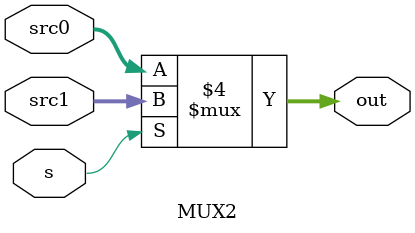
<source format=v>
module MUX2(
    input s,
    input [31:0] src0,src1,
    output reg [31:0] out
);
always@(*)
begin
    if(s==0) out = src0;
    else out = src1;
end
endmodule
</source>
